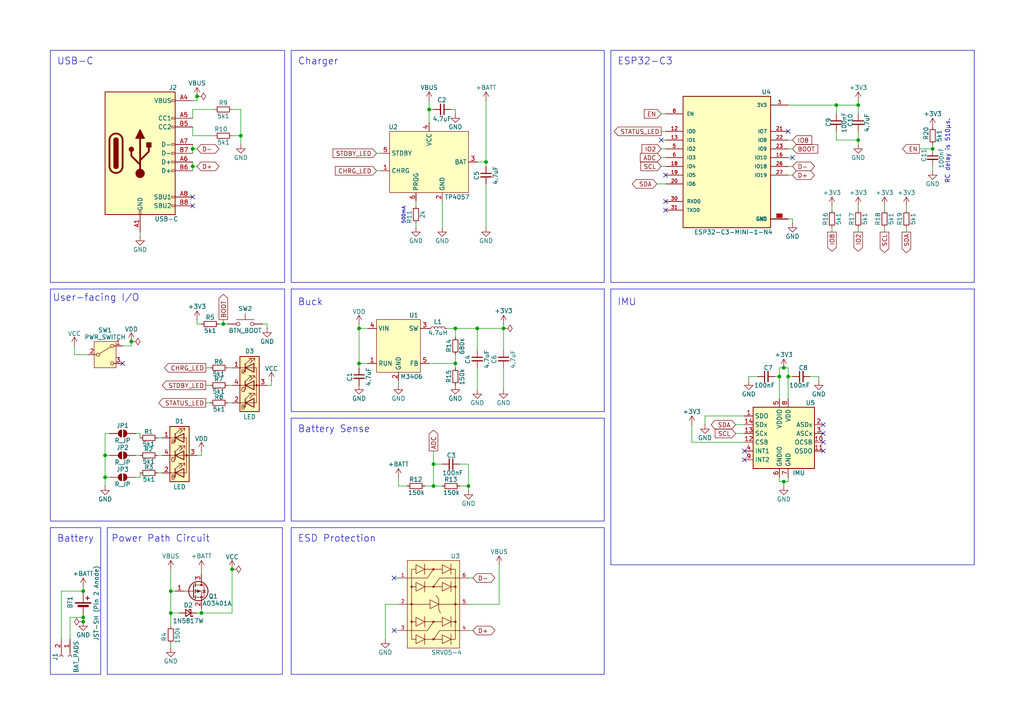
<source format=kicad_sch>
(kicad_sch (version 20231120) (generator "eeschema") (generator_version "8.0")
  (paper "A4")
  (lib_symbols
    (symbol "+3V3_1" (power) (pin_numbers hide) (pin_names (offset 0) hide)
      (property "Value" "+3V3" (at 0 3.556 0))
      (symbol "+3V3_1_1_1"
        (pin power_in line (at 0 0 90) (length 0) (name "~") (number "1"))
      )
    )
    (symbol "+BATT_1" (power) (pin_numbers hide) (pin_names (offset 0) hide)
      (property "Value" "+BATT" (at 0 3.556 0))
      (symbol "+BATT_1_1_1"
        (pin power_in line (at 0 0 90) (length 0) (name "~") (number "1"))
      )
    )
    (symbol "GND_2" (power) (pin_numbers hide) (pin_names (offset 0) hide)
      (property "Value" "GND" (at 0 -3.81 0))
      (symbol "GND_2_1_1"
        (pin power_in line (at 0 0 270) (length 0) (name "~") (number "1"))
      )
    )
    (symbol "Topaz's Symbols:AO3401A" (pin_names hide)
      (property "Reference" "Q" (at 5.08 1.905 0))
      (property "Value" "AO3401A" (at 5.08 0 0))
      (symbol "AO3401A_1_1"
        (pin input line (at -5.08 0 0) (length 2.54) (name "G") (number "1"))
        (pin passive line (at 2.54 -5.08 90) (length 2.54) (name "S") (number "2"))
        (pin passive line (at 2.54 5.08 270) (length 2.54) (name "D") (number "3"))
      )
    )
    (symbol "Topaz's Symbols:BMI270"
      (property "Reference" "U" (at -10.16 8.89 0))
      (property "Value" "BMI270" (at 7.62 8.89 0))
      (symbol "BMI270_1_1"
        (pin input line (at -12.7 5.08 0) (length 2.54) (name "SDO") (number "1"))
        (pin bidirectional line (at 10.16 -2.54 180) (length 2.54) (name "OCSB") (number "10"))
        (pin bidirectional line (at 10.16 -5.08 180) (length 2.54) (name "OSDO") (number "11"))
        (pin input line (at -12.7 -2.54 0) (length 2.54) (name "CSB") (number "12"))
        (pin input line (at -12.7 0 0) (length 2.54) (name "SCx") (number "13"))
        (pin bidirectional line (at -12.7 2.54 0) (length 2.54) (name "SDx") (number "14"))
        (pin bidirectional line (at 10.16 2.54 180) (length 2.54) (name "ASDx") (number "2"))
        (pin output line (at 10.16 0 180) (length 2.54) (name "ASCx") (number "3"))
        (pin bidirectional line (at -12.7 -5.08 0) (length 2.54) (name "INT1") (number "4"))
        (pin power_in line (at -2.54 10.16 270) (length 2.54) (name "VDDIO") (number "5"))
        (pin power_in line (at -2.54 -12.7 90) (length 2.54) (name "GNDIO") (number "6"))
        (pin power_in line (at 0 -12.7 90) (length 2.54) (name "GND") (number "7"))
        (pin power_in line (at 0 10.16 270) (length 2.54) (name "VDD") (number "8"))
        (pin bidirectional line (at -12.7 -7.62 0) (length 2.54) (name "INT2") (number "9"))
      )
    )
    (symbol "Topaz's Symbols:Battery_Cell" (pin_numbers hide) (pin_names (offset 0) hide)
      (property "Reference" "BT" (at 2.54 2.54 0))
      (property "Value" "Battery_Cell" (at 2.54 0 0))
      (symbol "Battery_Cell_1_1"
        (pin passive line (at 0 5.08 270) (length 2.54) (name "+") (number "1"))
        (pin passive line (at 0 -2.54 90) (length 2.54) (name "-") (number "2"))
      )
    )
    (symbol "Topaz's Symbols:C_Small" (pin_numbers hide) (pin_names (offset 0.254) hide)
      (property "Reference" "C" (at 0.254 1.778 0))
      (property "Value" "C_Small" (at 0.254 -2.032 0))
      (symbol "C_Small_1_1"
        (pin passive line (at 0 2.54 270) (length 2.032) (name "~") (number "1"))
        (pin passive line (at 0 -2.54 90) (length 2.032) (name "~") (number "2"))
      )
    )
    (symbol "Topaz's Symbols:Conn_01x02_Socket" (pin_names (offset 1.016) hide)
      (property "Reference" "J" (at 0 2.54 0))
      (property "Value" "Conn_01x02_Socket" (at 0 -5.08 0))
      (symbol "Conn_01x02_Socket_1_1"
        (pin passive line (at -5.08 0 0) (length 3.81) (name "Pin_1") (number "1"))
        (pin passive line (at -5.08 -2.54 0) (length 3.81) (name "Pin_2") (number "2"))
      )
    )
    (symbol "Topaz's Symbols:D_Schottky_Small" (pin_numbers hide) (pin_names (offset 0.254) hide)
      (property "Reference" "D" (at -1.27 2.032 0))
      (property "Value" "D_Schottky_Small" (at -7.112 -2.032 0))
      (symbol "D_Schottky_Small_1_1"
        (pin passive line (at -2.54 0 0) (length 1.778) (name "K") (number "1"))
        (pin passive line (at 2.54 0 180) (length 1.778) (name "A") (number "2"))
      )
    )
    (symbol "Topaz's Symbols:ESP32-C3-MINI-1-N4" (pin_names (offset 1.016))
      (property "Reference" "U" (at -12.7 18.796 0))
      (property "Value" "ESP32-C3-MINI-1-N4" (at -12.7 -22.86 0))
      (symbol "ESP32-C3-MINI-1-N4_0_0"
        (pin power_in line (at 17.78 -17.78 180) (length 5.08) (name "GND") (number "1"))
        (pin power_in line (at 17.78 -17.78 180) (length 5.08) (name "GND") (number "11"))
        (pin bidirectional line (at -17.78 7.62 0) (length 5.08) (name "IO0") (number "12"))
        (pin bidirectional line (at -17.78 5.08 0) (length 5.08) (name "IO1") (number "13"))
        (pin power_in line (at 17.78 -17.78 180) (length 5.08) (name "GND") (number "14"))
        (pin bidirectional line (at 17.78 0 180) (length 5.08) (name "IO10") (number "16"))
        (pin bidirectional line (at -17.78 -2.54 0) (length 5.08) (name "IO4") (number "18"))
        (pin bidirectional line (at -17.78 -5.08 0) (length 5.08) (name "IO5") (number "19"))
        (pin power_in line (at 17.78 -17.78 180) (length 5.08) (name "GND") (number "2"))
        (pin bidirectional line (at -17.78 -7.62 0) (length 5.08) (name "IO6") (number "20"))
        (pin bidirectional line (at 17.78 7.62 180) (length 5.08) (name "IO7") (number "21"))
        (pin bidirectional line (at 17.78 5.08 180) (length 5.08) (name "IO8") (number "22"))
        (pin bidirectional line (at 17.78 2.54 180) (length 5.08) (name "IO9") (number "23"))
        (pin bidirectional line (at 17.78 -2.54 180) (length 5.08) (name "IO18") (number "26"))
        (pin bidirectional line (at 17.78 -5.08 180) (length 5.08) (name "IO19") (number "27"))
        (pin power_in line (at 17.78 15.24 180) (length 5.08) (name "3V3") (number "3"))
        (pin bidirectional line (at -17.78 -12.7 0) (length 5.08) (name "RXD0") (number "30"))
        (pin bidirectional line (at -17.78 -15.24 0) (length 5.08) (name "TXD0") (number "31"))
        (pin power_in line (at 17.78 -17.78 180) (length 5.08) (name "GND") (number "36"))
        (pin power_in line (at 17.78 -17.78 180) (length 5.08) (name "GND") (number "37"))
        (pin power_in line (at 17.78 -17.78 180) (length 5.08) (name "GND") (number "38"))
        (pin power_in line (at 17.78 -17.78 180) (length 5.08) (name "GND") (number "39"))
        (pin power_in line (at 17.78 -17.78 180) (length 5.08) (name "GND") (number "40"))
        (pin power_in line (at 17.78 -17.78 180) (length 5.08) (name "GND") (number "41"))
        (pin power_in line (at 17.78 -17.78 180) (length 5.08) (name "GND") (number "42"))
        (pin power_in line (at 17.78 -17.78 180) (length 5.08) (name "GND") (number "43"))
        (pin power_in line (at 17.78 -17.78 180) (length 5.08) (name "GND") (number "44"))
        (pin power_in line (at 17.78 -17.78 180) (length 5.08) (name "GND") (number "45"))
        (pin power_in line (at 17.78 -17.78 180) (length 5.08) (name "GND") (number "46"))
        (pin power_in line (at 17.78 -17.78 180) (length 5.08) (name "GND") (number "47"))
        (pin power_in line (at 17.78 -17.78 180) (length 5.08) (name "GND") (number "48"))
        (pin bidirectional line (at -17.78 2.54 0) (length 5.08) (name "IO2") (number "5"))
        (pin power_in line (at 17.78 -17.78 180) (length 5.08) (name "GND") (number "50"))
        (pin power_in line (at 17.78 -17.78 180) (length 5.08) (name "GND") (number "51"))
        (pin power_in line (at 17.78 -17.78 180) (length 5.08) (name "GND") (number "52"))
        (pin power_in line (at 17.78 -17.78 180) (length 5.08) (name "GND") (number "53"))
        (pin bidirectional line (at -17.78 0 0) (length 5.08) (name "IO3") (number "6"))
        (pin input line (at -17.78 12.7 0) (length 5.08) (name "EN") (number "8"))
      )
      (symbol "ESP32-C3-MINI-1-N4_1_0"
        (pin power_in line (at 17.78 -17.78 180) (length 5.08) (name "GND") (number "49"))
      )
    )
    (symbol "Topaz's Symbols:LED_RBAG" (pin_names (offset 0) hide)
      (property "Reference" "D" (at 0 9.398 0))
      (property "Value" "LED_RBAG" (at 0 -8.89 0))
      (symbol "LED_RBAG_0_0"
        (text "B" (at -1.905 -6.35 0) (effects (font (size 1.27 1.27))))
        (text "G" (at -1.905 -1.27 0) (effects (font (size 1.27 1.27))))
        (text "R" (at -1.905 3.81 0) (effects (font (size 1.27 1.27))))
      )
      (symbol "LED_RBAG_1_1"
        (pin passive line (at -5.08 5.08 0) (length 2.54) (name "RK") (number "1"))
        (pin passive line (at -5.08 -5.08 0) (length 2.54) (name "BK") (number "2"))
        (pin passive line (at 5.08 0 180) (length 2.54) (name "A") (number "3"))
        (pin passive line (at -5.08 0 0) (length 2.54) (name "GK") (number "4"))
      )
    )
    (symbol "Topaz's Symbols:L_Small" (pin_numbers hide) (pin_names (offset 0.254) hide)
      (property "Reference" "L" (at 0.762 1.016 0))
      (property "Value" "L_Small" (at 0.762 -1.016 0))
      (symbol "L_Small_1_1"
        (pin passive line (at 0 2.54 270) (length 0.508) (name "~") (number "1"))
        (pin passive line (at 0 -2.54 90) (length 0.508) (name "~") (number "2"))
      )
    )
    (symbol "Topaz's Symbols:M3406"
      (property "Reference" "U" (at -4.445 8.89 0))
      (property "Value" "M3406" (at 3.175 8.89 0))
      (symbol "M3406_1_1"
        (pin input line (at -8.89 -5.08 0) (length 2.54) (name "RUN") (number "1"))
        (pin power_in line (at 0 -10.16 90) (length 2.54) (name "GND") (number "2"))
        (pin output line (at 8.89 5.08 180) (length 2.54) (name "SW") (number "3"))
        (pin power_in line (at -8.89 5.08 0) (length 2.54) (name "VIN") (number "4"))
        (pin input line (at 8.89 -5.08 180) (length 2.54) (name "FB") (number "5"))
      )
    )
    (symbol "Topaz's Symbols:PWR_FLAG" (power) (pin_numbers hide) (pin_names (offset 0) hide)
      (property "Value" "PWR_FLAG" (at 0 3.81 0))
      (symbol "PWR_FLAG_0_0"
        (pin power_out line (at 0 0 90) (length 0) (name "~") (number "1"))
      )
    )
    (symbol "Topaz's Symbols:R_Small" (pin_numbers hide) (pin_names (offset 0.254) hide)
      (property "Reference" "R" (at 0.762 0.508 0))
      (property "Value" "R_Small" (at 0.762 -1.016 0))
      (symbol "R_Small_1_1"
        (pin passive line (at 0 2.54 270) (length 0.762) (name "~") (number "1"))
        (pin passive line (at 0 -2.54 90) (length 0.762) (name "~") (number "2"))
      )
    )
    (symbol "Topaz's Symbols:SRV05-4_C558418" (pin_names hide)
      (property "Reference" "U" (at 0 1.27 0))
      (property "Value" "SRV05-4_C558418" (at 0 -2.54 0))
      (symbol "SRV05-4_C558418_1_1"
        (pin input line (at -7.62 -10.16 90) (length 2.54) (name "1") (number "1"))
        (pin power_in line (at 0 -10.16 90) (length 2.54) (name "2") (number "2"))
        (pin input line (at 7.62 -10.16 90) (length 2.54) (name "3") (number "3"))
        (pin input line (at 7.62 10.16 270) (length 2.54) (name "4") (number "4"))
        (pin power_in line (at 0 10.16 270) (length 2.54) (name "5") (number "5"))
        (pin input line (at -7.62 10.16 270) (length 2.54) (name "6") (number "6"))
      )
    )
    (symbol "Topaz's Symbols:SW_Push" (pin_numbers hide) (pin_names (offset 1.016) hide)
      (property "Reference" "SW" (at 1.27 2.54 0))
      (property "Value" "SW_Push" (at 0 -1.524 0))
      (symbol "SW_Push_0_1"
        (pin passive line (at -5.08 0 0) (length 2.54) (name "1") (number "1"))
        (pin passive line (at 5.08 0 180) (length 2.54) (name "2") (number "2"))
      )
    )
    (symbol "Topaz's Symbols:SW_SPDT" (pin_names (offset 0) hide)
      (property "Reference" "SW" (at 0 5.08 0))
      (property "Value" "SW_SPDT" (at 0 -5.08 0))
      (symbol "SW_SPDT_1_1"
        (pin passive line (at 5.08 2.54 180) (length 2.54) (name "A") (number "1"))
        (pin passive line (at -5.08 0 0) (length 2.54) (name "B") (number "2"))
        (pin passive line (at 5.08 -2.54 180) (length 2.54) (name "C") (number "3"))
      )
    )
    (symbol "Topaz's Symbols:SolderJumper_2_Open" (pin_numbers hide) (pin_names (offset 0) hide) (exclude_from_sim yes) (in_bom no)
      (property "Reference" "JP" (at 0 2.032 0))
      (property "Value" "SolderJumper_2_Open" (at 0 -2.54 0))
      (symbol "SolderJumper_2_Open_1_1"
        (pin passive line (at -3.81 0 0) (length 2.54) (name "A") (number "1"))
        (pin passive line (at 3.81 0 180) (length 2.54) (name "B") (number "2"))
      )
    )
    (symbol "Topaz's Symbols:TP4057"
      (property "Reference" "U" (at 10.668 10.16 0))
      (property "Value" "TP4057" (at -8.128 9.906 0))
      (symbol "TP4057_1_1"
        (pin input line (at -13.97 -2.54 0) (length 2.54) (name "CHRG") (number "1"))
        (pin power_in line (at 3.81 -11.43 90) (length 2.54) (name "GND") (number "2"))
        (pin power_out line (at 13.97 0 180) (length 2.54) (name "BAT") (number "3"))
        (pin power_in line (at 0 11.43 270) (length 2.54) (name "VCC") (number "4"))
        (pin input line (at -13.97 2.54 0) (length 2.54) (name "STDBY") (number "5"))
        (pin input line (at -3.81 -11.43 90) (length 2.54) (name "PROG") (number "6"))
      )
    )
    (symbol "Topaz's Symbols:USB_C_Receptacle_USB2.0" (pin_names (offset 1.016))
      (property "Reference" "J1" (at 0 22.86 0))
      (property "Value" "USB_C_Receptacle_USB2.0" (at 0 20.32 0))
      (symbol "USB_C_Receptacle_USB2.0_1_1"
        (pin passive line (at 0 -22.86 90) (length 5.08) (name "GND") (number "A1"))
        (pin passive line (at 15.24 15.24 180) (length 5.08) (name "VBUS") (number "A4"))
        (pin bidirectional line (at 15.24 10.16 180) (length 5.08) (name "CC1") (number "A5"))
        (pin bidirectional line (at 15.24 -2.54 180) (length 5.08) (name "D+") (number "A6"))
        (pin bidirectional line (at 15.24 2.54 180) (length 5.08) (name "D-") (number "A7"))
        (pin bidirectional line (at 15.24 -12.7 180) (length 5.08) (name "SBU1") (number "A8"))
        (pin bidirectional line (at 15.24 7.62 180) (length 5.08) (name "CC2") (number "B5"))
        (pin bidirectional line (at 15.24 -5.08 180) (length 5.08) (name "D+") (number "B6"))
        (pin bidirectional line (at 15.24 0 180) (length 5.08) (name "D-") (number "B7"))
        (pin bidirectional line (at 15.24 -15.24 180) (length 5.08) (name "SBU2") (number "B8"))
      )
    )
    (symbol "Topaz's Symbols:VCC" (power) (pin_numbers hide) (pin_names (offset 0) hide)
      (property "Value" "VCC" (at 0 3.556 0))
      (symbol "VCC_1_1"
        (pin power_in line (at 0 0 90) (length 0) (name "~") (number "1"))
      )
    )
    (symbol "Topaz's Symbols:VDD" (power) (pin_numbers hide) (pin_names (offset 0) hide)
      (property "Value" "VDD" (at 0 3.556 0))
      (symbol "VDD_1_1"
        (pin power_in line (at 0 0 90) (length 0) (name "~") (number "1"))
      )
    )
    (symbol "VBUS_1" (power) (pin_numbers hide) (pin_names (offset 0) hide)
      (property "Value" "VBUS" (at 0 3.556 0))
      (symbol "VBUS_1_1_1"
        (pin power_in line (at 0 0 90) (length 0) (name "~") (number "1"))
      )
    )
    (symbol "VBUS_2" (power) (pin_numbers hide) (pin_names (offset 0) hide)
      (property "Value" "VBUS" (at 0 3.556 0))
      (symbol "VBUS_2_1_1"
        (pin power_in line (at 0 0 90) (length 0) (name "~") (number "1"))
      )
    )
  )
  (junction (at 49.53 177.8))
  (junction (at 49.53 171.45))
  (junction (at 58.42 177.8))
  (junction (at 228.6 109.22))
  (junction (at 135.89 140.97))
  (junction (at 30.48 138.43))
  (junction (at 38.1 99.06))
  (junction (at 24.13 180.34))
  (junction (at 242.57 30.48))
  (junction (at 138.43 95.25))
  (junction (at 132.08 105.41))
  (junction (at 227.33 106.68))
  (junction (at 55.88 48.26))
  (junction (at 67.31 165.1))
  (junction (at 248.92 40.64))
  (junction (at 270.51 43.18))
  (junction (at 226.06 109.22))
  (junction (at 124.46 31.75))
  (junction (at 69.85 39.37))
  (junction (at 248.92 30.48))
  (junction (at 30.48 132.08))
  (junction (at 146.05 95.25))
  (junction (at 104.14 105.41))
  (junction (at 132.08 95.25))
  (junction (at 64.77 93.98))
  (junction (at 55.88 43.18))
  (junction (at 125.73 134.62))
  (junction (at 57.15 27.94))
  (junction (at 104.14 95.25))
  (junction (at 125.73 140.97))
  (junction (at 24.13 171.45))
  (junction (at 227.33 139.7))
  (junction (at 24.13 179.07))
  (junction (at 140.97 46.99))
  (no_connect (at 55.88 57.15))
  (no_connect (at 193.04 58.42))
  (no_connect (at 191.77 40.64))
  (no_connect (at 215.9 133.35))
  (no_connect (at 193.04 60.96))
  (no_connect (at 215.9 130.81))
  (no_connect (at 229.87 45.72))
  (no_connect (at 55.88 59.69))
  (no_connect (at 193.04 50.8))
  (no_connect (at 238.76 125.73))
  (no_connect (at 238.76 123.19))
  (no_connect (at 228.6 38.1))
  (no_connect (at 238.76 130.81))
  (no_connect (at 114.3 167.64))
  (no_connect (at 238.76 128.27))
  (no_connect (at 35.56 105.41))
  (no_connect (at 114.3 182.88))
  (wire (pts (xy 226.06 139.7) (xy 227.33 139.7)))
  (wire (pts (xy 191.77 43.18) (xy 193.04 43.18)))
  (wire (pts (xy 115.57 110.49) (xy 115.57 111.76)))
  (wire (pts (xy 135.89 142.24) (xy 135.89 140.97)))
  (wire (pts (xy 228.6 63.5) (xy 229.87 63.5)))
  (wire (pts (xy 63.5 93.98) (xy 64.77 93.98)))
  (wire (pts (xy 39.37 132.08) (xy 40.64 132.08)))
  (wire (pts (xy 59.69 111.76) (xy 60.96 111.76)))
  (wire (pts (xy 111.76 185.42) (xy 111.76 175.26)))
  (wire (pts (xy 248.92 33.02) (xy 248.92 30.48)))
  (wire (pts (xy 248.92 40.64) (xy 248.92 41.91)))
  (wire (pts (xy 55.88 39.37) (xy 55.88 36.83)))
  (wire (pts (xy 138.43 95.25) (xy 146.05 95.25)))
  (wire (pts (xy 204.47 120.65) (xy 204.47 123.19)))
  (wire (pts (xy 49.53 177.8) (xy 49.53 181.61)))
  (wire (pts (xy 25.4 102.87) (xy 21.59 102.87)))
  (wire (pts (xy 248.92 67.31) (xy 248.92 66.04)))
  (wire (pts (xy 58.42 177.8) (xy 58.42 176.53)))
  (wire (pts (xy 20.32 185.42) (xy 20.32 179.07)))
  (wire (pts (xy 140.97 46.99) (xy 140.97 48.26)))
  (wire (pts (xy 35.56 100.33) (xy 38.1 100.33)))
  (wire (pts (xy 270.51 41.91) (xy 270.51 43.18)))
  (wire (pts (xy 226.06 106.68) (xy 227.33 106.68)))
  (wire (pts (xy 241.3 67.31) (xy 241.3 66.04)))
  (wire (pts (xy 57.15 92.71) (xy 57.15 93.98)))
  (wire (pts (xy 49.53 177.8) (xy 52.07 177.8)))
  (wire (pts (xy 20.32 179.07) (xy 24.13 179.07)))
  (wire (pts (xy 125.73 140.97) (xy 128.27 140.97)))
  (wire (pts (xy 55.88 43.18) (xy 57.15 43.18)))
  (wire (pts (xy 76.2 93.98) (xy 77.47 93.98)))
  (wire (pts (xy 138.43 106.68) (xy 138.43 113.03)))
  (wire (pts (xy 124.46 31.75) (xy 125.73 31.75)))
  (wire (pts (xy 66.04 116.84) (xy 67.31 116.84)))
  (wire (pts (xy 228.6 40.64) (xy 229.87 40.64)))
  (wire (pts (xy 270.51 48.26) (xy 270.51 49.53)))
  (wire (pts (xy 144.78 163.83) (xy 144.78 175.26)))
  (wire (pts (xy 200.66 123.19) (xy 200.66 128.27)))
  (wire (pts (xy 58.42 165.1) (xy 58.42 166.37)))
  (wire (pts (xy 49.53 171.45) (xy 49.53 177.8)))
  (wire (pts (xy 30.48 125.73) (xy 30.48 132.08)))
  (wire (pts (xy 57.15 177.8) (xy 58.42 177.8)))
  (wire (pts (xy 49.53 186.69) (xy 49.53 187.96)))
  (wire (pts (xy 120.65 64.77) (xy 120.65 66.04)))
  (wire (pts (xy 204.47 120.65) (xy 215.9 120.65)))
  (wire (pts (xy 31.75 125.73) (xy 30.48 125.73)))
  (wire (pts (xy 77.47 93.98) (xy 77.47 95.25)))
  (wire (pts (xy 62.23 39.37) (xy 55.88 39.37)))
  (wire (pts (xy 217.17 109.22) (xy 217.17 110.49)))
  (wire (pts (xy 77.47 111.76) (xy 78.74 111.76)))
  (wire (pts (xy 24.13 170.18) (xy 24.13 171.45)))
  (wire (pts (xy 114.3 182.88) (xy 115.57 182.88)))
  (wire (pts (xy 38.1 100.33) (xy 38.1 99.06)))
  (wire (pts (xy 128.27 58.42) (xy 128.27 66.04)))
  (wire (pts (xy 133.35 140.97) (xy 135.89 140.97)))
  (wire (pts (xy 67.31 31.75) (xy 69.85 31.75)))
  (wire (pts (xy 228.6 139.7) (xy 228.6 138.43)))
  (wire (pts (xy 66.04 111.76) (xy 67.31 111.76)))
  (wire (pts (xy 125.73 140.97) (xy 123.19 140.97)))
  (wire (pts (xy 224.79 109.22) (xy 226.06 109.22)))
  (wire (pts (xy 213.36 125.73) (xy 215.9 125.73)))
  (wire (pts (xy 228.6 30.48) (xy 242.57 30.48)))
  (wire (pts (xy 234.95 109.22) (xy 237.49 109.22)))
  (wire (pts (xy 30.48 132.08) (xy 31.75 132.08)))
  (wire (pts (xy 69.85 31.75) (xy 69.85 39.37)))
  (wire (pts (xy 55.88 43.18) (xy 55.88 41.91)))
  (wire (pts (xy 59.69 116.84) (xy 60.96 116.84)))
  (wire (pts (xy 237.49 109.22) (xy 237.49 110.49)))
  (wire (pts (xy 144.78 175.26) (xy 135.89 175.26)))
  (wire (pts (xy 55.88 48.26) (xy 57.15 48.26)))
  (wire (pts (xy 39.37 138.43) (xy 40.64 138.43)))
  (wire (pts (xy 64.77 92.71) (xy 64.77 93.98)))
  (wire (pts (xy 50.8 171.45) (xy 49.53 171.45)))
  (wire (pts (xy 226.06 139.7) (xy 226.06 138.43)))
  (wire (pts (xy 55.88 44.45) (xy 55.88 43.18)))
  (wire (pts (xy 104.14 95.25) (xy 104.14 105.41)))
  (wire (pts (xy 138.43 95.25) (xy 138.43 101.6)))
  (wire (pts (xy 40.64 138.43) (xy 40.64 137.16)))
  (wire (pts (xy 228.6 43.18) (xy 229.87 43.18)))
  (wire (pts (xy 125.73 134.62) (xy 125.73 140.97)))
  (wire (pts (xy 125.73 130.81) (xy 125.73 134.62)))
  (wire (pts (xy 59.69 106.68) (xy 60.96 106.68)))
  (wire (pts (xy 55.88 31.75) (xy 55.88 34.29)))
  (wire (pts (xy 40.64 68.58) (xy 40.64 67.31)))
  (wire (pts (xy 132.08 97.79) (xy 132.08 95.25)))
  (wire (pts (xy 104.14 93.98) (xy 104.14 95.25)))
  (wire (pts (xy 57.15 93.98) (xy 58.42 93.98)))
  (wire (pts (xy 191.77 40.64) (xy 193.04 40.64)))
  (wire (pts (xy 228.6 45.72) (xy 229.87 45.72)))
  (wire (pts (xy 69.85 41.91) (xy 69.85 39.37)))
  (wire (pts (xy 132.08 105.41) (xy 132.08 106.68)))
  (wire (pts (xy 125.73 134.62) (xy 128.27 134.62)))
  (wire (pts (xy 104.14 95.25) (xy 106.68 95.25)))
  (wire (pts (xy 120.65 58.42) (xy 120.65 59.69)))
  (wire (pts (xy 130.81 31.75) (xy 132.08 31.75)))
  (wire (pts (xy 137.16 182.88) (xy 135.89 182.88)))
  (wire (pts (xy 227.33 106.68) (xy 228.6 106.68)))
  (wire (pts (xy 66.04 93.98) (xy 64.77 93.98)))
  (wire (pts (xy 262.89 67.31) (xy 262.89 66.04)))
  (wire (pts (xy 219.71 109.22) (xy 217.17 109.22)))
  (wire (pts (xy 140.97 53.34) (xy 140.97 66.04)))
  (wire (pts (xy 140.97 29.21) (xy 140.97 46.99)))
  (wire (pts (xy 242.57 30.48) (xy 248.92 30.48)))
  (wire (pts (xy 58.42 177.8) (xy 67.31 177.8)))
  (wire (pts (xy 40.64 125.73) (xy 40.64 127)))
  (wire (pts (xy 242.57 40.64) (xy 242.57 38.1)))
  (wire (pts (xy 111.76 175.26) (xy 115.57 175.26)))
  (wire (pts (xy 17.78 185.42) (xy 17.78 171.45)))
  (wire (pts (xy 124.46 105.41) (xy 132.08 105.41)))
  (wire (pts (xy 228.6 109.22) (xy 229.87 109.22)))
  (wire (pts (xy 45.72 132.08) (xy 46.99 132.08)))
  (wire (pts (xy 24.13 180.34) (xy 24.13 179.07)))
  (wire (pts (xy 132.08 95.25) (xy 138.43 95.25)))
  (wire (pts (xy 129.54 95.25) (xy 132.08 95.25)))
  (wire (pts (xy 248.92 29.21) (xy 248.92 30.48)))
  (wire (pts (xy 226.06 109.22) (xy 226.06 115.57)))
  (wire (pts (xy 242.57 40.64) (xy 248.92 40.64)))
  (wire (pts (xy 200.66 128.27) (xy 215.9 128.27)))
  (wire (pts (xy 69.85 39.37) (xy 67.31 39.37)))
  (wire (pts (xy 49.53 171.45) (xy 49.53 165.1)))
  (wire (pts (xy 256.54 67.31) (xy 256.54 66.04)))
  (wire (pts (xy 133.35 134.62) (xy 135.89 134.62)))
  (wire (pts (xy 114.3 167.64) (xy 115.57 167.64)))
  (wire (pts (xy 30.48 132.08) (xy 30.48 138.43)))
  (wire (pts (xy 109.22 44.45) (xy 110.49 44.45)))
  (wire (pts (xy 227.33 139.7) (xy 228.6 139.7)))
  (wire (pts (xy 266.7 43.18) (xy 270.51 43.18)))
  (wire (pts (xy 137.16 167.64) (xy 135.89 167.64)))
  (wire (pts (xy 30.48 138.43) (xy 31.75 138.43)))
  (wire (pts (xy 124.46 31.75) (xy 124.46 35.56)))
  (wire (pts (xy 248.92 60.96) (xy 248.92 59.69)))
  (wire (pts (xy 190.5 53.34) (xy 193.04 53.34)))
  (wire (pts (xy 191.77 33.02) (xy 193.04 33.02)))
  (wire (pts (xy 228.6 109.22) (xy 228.6 115.57)))
  (wire (pts (xy 138.43 46.99) (xy 140.97 46.99)))
  (wire (pts (xy 146.05 95.25) (xy 146.05 101.6)))
  (wire (pts (xy 39.37 125.73) (xy 40.64 125.73)))
  (wire (pts (xy 229.87 63.5) (xy 229.87 64.77)))
  (wire (pts (xy 124.46 29.21) (xy 124.46 31.75)))
  (wire (pts (xy 55.88 31.75) (xy 62.23 31.75)))
  (wire (pts (xy 228.6 50.8) (xy 229.87 50.8)))
  (wire (pts (xy 57.15 27.94) (xy 57.15 29.21)))
  (wire (pts (xy 146.05 93.98) (xy 146.05 95.25)))
  (wire (pts (xy 227.33 139.7) (xy 227.33 140.97)))
  (wire (pts (xy 262.89 60.96) (xy 262.89 59.69)))
  (wire (pts (xy 242.57 33.02) (xy 242.57 30.48)))
  (wire (pts (xy 55.88 46.99) (xy 55.88 48.26)))
  (wire (pts (xy 104.14 106.68) (xy 104.14 105.41)))
  (wire (pts (xy 17.78 171.45) (xy 24.13 171.45)))
  (wire (pts (xy 57.15 29.21) (xy 55.88 29.21)))
  (wire (pts (xy 57.15 132.08) (xy 58.42 132.08)))
  (wire (pts (xy 21.59 102.87) (xy 21.59 100.33)))
  (wire (pts (xy 191.77 38.1) (xy 193.04 38.1)))
  (wire (pts (xy 115.57 140.97) (xy 118.11 140.97)))
  (wire (pts (xy 228.6 48.26) (xy 229.87 48.26)))
  (wire (pts (xy 45.72 137.16) (xy 46.99 137.16)))
  (wire (pts (xy 109.22 49.53) (xy 110.49 49.53)))
  (wire (pts (xy 55.88 48.26) (xy 55.88 49.53)))
  (wire (pts (xy 58.42 130.81) (xy 58.42 132.08)))
  (wire (pts (xy 241.3 60.96) (xy 241.3 59.69)))
  (wire (pts (xy 191.77 48.26) (xy 193.04 48.26)))
  (wire (pts (xy 67.31 165.1) (xy 67.31 177.8)))
  (wire (pts (xy 146.05 106.68) (xy 146.05 113.03)))
  (wire (pts (xy 45.72 127) (xy 46.99 127)))
  (wire (pts (xy 78.74 110.49) (xy 78.74 111.76)))
  (wire (pts (xy 256.54 60.96) (xy 256.54 59.69)))
  (wire (pts (xy 248.92 38.1) (xy 248.92 40.64)))
  (wire (pts (xy 228.6 106.68) (xy 228.6 109.22)))
  (wire (pts (xy 132.08 31.75) (xy 132.08 33.02)))
  (wire (pts (xy 104.14 105.41) (xy 106.68 105.41)))
  (wire (pts (xy 30.48 138.43) (xy 30.48 140.97)))
  (wire (pts (xy 115.57 138.43) (xy 115.57 140.97)))
  (wire (pts (xy 132.08 105.41) (xy 132.08 102.87)))
  (wire (pts (xy 213.36 123.19) (xy 215.9 123.19)))
  (wire (pts (xy 66.04 106.68) (xy 67.31 106.68)))
  (wire (pts (xy 226.06 109.22) (xy 226.06 106.68)))
  (wire (pts (xy 191.77 45.72) (xy 193.04 45.72)))
  (wire (pts (xy 135.89 134.62) (xy 135.89 140.97)))
  (rectangle (start 14.605 153.035) (end 29.21 195.58))
  (rectangle (start 31.115 153.035) (end 81.915 195.58))
  (rectangle (start 84.455 153.035) (end 175.26 195.58))
  (rectangle (start 14.605 14.605) (end 82.55 81.915))
  (rectangle (start 177.165 14.605) (end 282.575 81.915))
  (rectangle (start 84.455 83.82) (end 175.26 119.38))
  (rectangle (start 84.455 121.285) (end 175.26 151.13))
  (rectangle (start 14.605 83.82) (end 82.55 151.13))
  (rectangle (start 84.455 14.605) (end 175.26 81.915))
  (rectangle (start 177.165 83.82) (end 282.575 163.83))
  (text "USB-C" (at 16.51 19.05 0) (effects (font (size 2 2)) (justify left bottom)))
  (text "RC delay is 510µs." (at 275.59 53.34 90) (effects (font (size 1.27 1.27)) (justify left bottom)))
  (text "Buck" (at 86.36 88.9 0) (effects (font (size 2 2)) (justify left bottom)))
  (text "User-facing I/O" (at 15.24 87.63 0) (effects (font (size 2 2)) (justify left bottom)))
  (text "ESP32-C3" (at 179.07 19.05 0) (effects (font (size 2 2)) (justify left bottom)))
  (text "500mA" (at 117.094 62.484 90) (effects (font (size 1 1))))
  (text "ESD Protection" (at 86.36 157.48 0) (effects (font (size 2 2)) (justify left bottom)))
  (text "Charger" (at 86.36 19.05 0) (effects (font (size 2 2)) (justify left bottom)))
  (text "Power Path Circuit" (at 32.258 157.48 0) (effects (font (size 2 2)) (justify left bottom)))
  (text "Battery Sense" (at 86.36 125.73 0) (effects (font (size 2 2)) (justify left bottom)))
  (text "Battery" (at 16.51 157.48 0) (effects (font (size 2 2)) (justify left bottom)))
  (text "IMU" (at 179.07 88.9 0) (effects (font (size 2 2)) (justify left bottom)))
  (global_label "BOOT" (shape output) (at 64.77 92.71 90) (property "Intersheetrefs" "${INTERSHEET_REFS}" (effects (hide yes))))
  (global_label "STDBY_LED" (shape input) (at 109.22 44.45 180) (property "Intersheetrefs" "${INTERSHEET_REFS}" (effects (hide yes))))
  (global_label "SCL" (shape output) (at 256.54 67.31 270) (property "Intersheetrefs" "${INTERSHEET_REFS}" (effects (hide yes))))
  (global_label "SDA" (shape bidirectional) (at 213.36 123.19 180) (property "Intersheetrefs" "${INTERSHEET_REFS}" (effects (hide yes))))
  (global_label "STATUS_LED" (shape output) (at 191.77 38.1 180) (property "Intersheetrefs" "${INTERSHEET_REFS}" (effects (hide yes))))
  (global_label "D-" (shape bidirectional) (at 57.15 43.18 0) (property "Intersheetrefs" "${INTERSHEET_REFS}" (effects (hide yes))))
  (global_label "ADC" (shape input) (at 191.77 45.72 180) (property "Intersheetrefs" "${INTERSHEET_REFS}" (effects (hide yes))))
  (global_label "IO2" (shape input) (at 191.77 43.18 180) (property "Intersheetrefs" "${INTERSHEET_REFS}" (effects (hide yes))))
  (global_label "D+" (shape bidirectional) (at 57.15 48.26 0) (property "Intersheetrefs" "${INTERSHEET_REFS}" (effects (hide yes))))
  (global_label "SCL" (shape input) (at 213.36 125.73 180) (property "Intersheetrefs" "${INTERSHEET_REFS}" (effects (hide yes))))
  (global_label "D+" (shape bidirectional) (at 137.16 182.88 0) (property "Intersheetrefs" "${INTERSHEET_REFS}" (effects (hide yes))))
  (global_label "CHRG_LED" (shape input) (at 109.22 49.53 180) (property "Intersheetrefs" "${INTERSHEET_REFS}" (effects (hide yes))))
  (global_label "IO8" (shape input) (at 229.87 40.64 0) (property "Intersheetrefs" "${INTERSHEET_REFS}" (effects (hide yes))))
  (global_label "IO8" (shape output) (at 241.3 67.31 270) (property "Intersheetrefs" "${INTERSHEET_REFS}" (effects (hide yes))))
  (global_label "EN" (shape input) (at 191.77 33.02 180) (property "Intersheetrefs" "${INTERSHEET_REFS}" (effects (hide yes))))
  (global_label "SDA" (shape bidirectional) (at 190.5 53.34 180) (property "Intersheetrefs" "${INTERSHEET_REFS}" (effects (hide yes))))
  (global_label "D+" (shape bidirectional) (at 229.87 50.8 0) (property "Intersheetrefs" "${INTERSHEET_REFS}" (effects (hide yes))))
  (global_label "STATUS_LED" (shape output) (at 59.69 116.84 180) (property "Intersheetrefs" "${INTERSHEET_REFS}" (effects (hide yes))))
  (global_label "SCL" (shape input) (at 191.77 48.26 180) (property "Intersheetrefs" "${INTERSHEET_REFS}" (effects (hide yes))))
  (global_label "IO2" (shape output) (at 248.92 67.31 270) (property "Intersheetrefs" "${INTERSHEET_REFS}" (effects (hide yes))))
  (global_label "STDBY_LED" (shape output) (at 59.69 111.76 180) (property "Intersheetrefs" "${INTERSHEET_REFS}" (effects (hide yes))))
  (global_label "SDA" (shape output) (at 262.89 67.31 270) (property "Intersheetrefs" "${INTERSHEET_REFS}" (effects (hide yes))))
  (global_label "D-" (shape bidirectional) (at 229.87 48.26 0) (property "Intersheetrefs" "${INTERSHEET_REFS}" (effects (hide yes))))
  (global_label "ADC" (shape output) (at 125.73 130.81 90) (property "Intersheetrefs" "${INTERSHEET_REFS}" (effects (hide yes))))
  (global_label "BOOT" (shape input) (at 229.87 43.18 0) (property "Intersheetrefs" "${INTERSHEET_REFS}" (effects (hide yes))))
  (global_label "CHRG_LED" (shape output) (at 59.69 106.68 180) (property "Intersheetrefs" "${INTERSHEET_REFS}" (effects (hide yes))))
  (global_label "EN" (shape output) (at 266.7 43.18 180) (property "Intersheetrefs" "${INTERSHEET_REFS}" (effects (hide yes))))
  (global_label "D-" (shape bidirectional) (at 137.16 167.64 0) (property "Intersheetrefs" "${INTERSHEET_REFS}" (effects (hide yes))))
  (symbol (lib_id "Topaz's Symbols:C_Small") (at 130.81 134.62 270) (mirror x) (unit 1)
    (property "Reference" "C3" (at 129.54 132.08 90) (effects (justify left)))
    (property "Value" "100nF" (at 128.27 137.16 90) (effects (justify left)))
    (property "Footprint" "Topaz's Footprints:C_0603_1608Metric" (effects (hide yes)))
    (property "MPN" "C14663" (effects (hide yes)))
  )
  (symbol (lib_id "Topaz's Symbols:C_Small") (at 248.92 35.56 0) (unit 1)
    (property "Reference" "C10" (at 246.634 36.83 90) (effects (justify left)))
    (property "Value" "4.7uF" (at 251.46 38.354 90) (effects (justify left)))
    (property "Footprint" "Topaz's Footprints:C_0603_1608Metric" (effects (hide yes)))
    (property "MPN" "C19666" (effects (hide yes)))
  )
  (symbol (lib_name "GND_2") (lib_id "Topaz's Symbols:GND_2") (at 270.51 49.53 0) (unit 1)
    (property "Reference" "#PWR048" (effects (hide yes)))
    (property "Value" "GND" (at 270.51 53.34 0))
    (property "Description" "Power symbol creates a global label with name \"GND\" , ground" (effects (hide yes)))
  )
  (symbol (lib_id "Topaz's Symbols:R_Small") (at 256.54 63.5 180) (unit 1)
    (property "Reference" "R18" (at 254.635 63.5 90))
    (property "Value" "5k1" (at 258.445 63.5 90))
    (property "Footprint" "Topaz's Footprints:R_0603_1608Metric" (effects (hide yes)))
    (property "MPN" "C23186" (effects (hide yes)))
  )
  (symbol (lib_id "Topaz's Symbols:D_Schottky_Small") (at 54.61 177.8 180) (unit 1)
    (property "Reference" "D2" (at 54.61 175.514 0))
    (property "Value" "1N5817W" (at 54.61 180.086 0))
    (property "Footprint" "Topaz's Footprints:D_SOD-123" (effects (hide yes)))
    (property "Description" "Schottky diode, small symbol" (effects (hide yes)))
    (property "MPN" "C2828419" (effects (hide yes)))
  )
  (symbol (lib_name "+3V3_1") (lib_id "Topaz's Symbols:+3V3_1") (at 256.54 59.69 0) (unit 1)
    (property "Reference" "#PWR045" (effects (hide yes)))
    (property "Value" "+3V3" (at 256.54 55.88 0))
    (property "Description" "Power symbol creates a global label with name \"+3V3\"" (effects (hide yes)))
  )
  (symbol (lib_name "GND_2") (lib_id "Topaz's Symbols:GND_2") (at 24.13 180.34 0) (unit 1)
    (property "Reference" "#PWR03" (effects (hide yes)))
    (property "Value" "GND" (at 24.13 184.15 0))
    (property "Description" "Power symbol creates a global label with name \"GND\" , ground" (effects (hide yes)))
  )
  (symbol (lib_name "GND_2") (lib_id "Topaz's Symbols:GND_2") (at 135.89 142.24 0) (unit 1)
    (property "Reference" "#PWR027" (effects (hide yes)))
    (property "Value" "GND" (at 135.89 146.05 0))
    (property "Description" "Power symbol creates a global label with name \"GND\" , ground" (effects (hide yes)))
  )
  (symbol (lib_id "Topaz's Symbols:VCC") (at 21.59 100.33 0) (unit 1)
    (property "Reference" "#PWR01" (effects (hide yes)))
    (property "Value" "VCC" (at 21.59 96.774 0))
    (property "Description" "Power symbol creates a global label with name \"VCC\"" (effects (hide yes)))
  )
  (symbol (lib_name "VBUS_2") (lib_id "Topaz's Symbols:VBUS_2") (at 124.46 29.21 0) (unit 1)
    (property "Reference" "#PWR023" (effects (hide yes)))
    (property "Value" "VBUS" (at 124.46 25.4 0))
    (property "Description" "Power symbol creates a global label with name \"VBUS\"" (effects (hide yes)))
  )
  (symbol (lib_id "Topaz's Symbols:TP4057") (at 124.46 46.99 0) (unit 1)
    (property "Reference" "U2" (at 114.046 36.83 0))
    (property "Value" "TP4057" (at 132.588 57.15 0))
    (property "Footprint" "Topaz's Footprints:SOT-23-6" (effects (hide yes)))
    (property "MPN" "C725791" (effects (hide yes)))
  )
  (symbol (lib_id "Topaz's Symbols:PWR_FLAG") (at 146.05 95.25 270) (unit 1)
    (property "Reference" "#FLG05" (effects (hide yes)))
    (property "Value" "PWR_FLAG" (effects (hide yes)))
    (property "Description" "Special symbol for telling ERC where power comes from" (effects (hide yes)))
  )
  (symbol (lib_name "GND_2") (lib_id "Topaz's Symbols:GND_2") (at 111.76 185.42 0) (unit 1)
    (property "Reference" "#PWR019" (effects (hide yes)))
    (property "Value" "GND" (at 111.76 189.23 0))
    (property "Description" "Power symbol creates a global label with name \"GND\" , ground" (effects (hide yes)))
  )
  (symbol (lib_name "GND_2") (lib_id "Topaz's Symbols:GND_2") (at 104.14 111.76 0) (unit 1)
    (property "Reference" "#PWR018" (effects (hide yes)))
    (property "Value" "GND" (at 104.14 115.57 0))
    (property "Description" "Power symbol creates a global label with name \"GND\" , ground" (effects (hide yes)))
  )
  (symbol (lib_name "VBUS_1") (lib_id "Topaz's Symbols:VBUS_1") (at 144.78 163.83 0) (unit 1)
    (property "Reference" "#PWR031" (effects (hide yes)))
    (property "Value" "VBUS" (at 144.78 160.02 0))
    (property "Description" "Power symbol creates a global label with name \"VBUS\"" (effects (hide yes)))
  )
  (symbol (lib_id "Topaz's Symbols:R_Small") (at 43.18 127 90) (unit 1)
    (property "Reference" "R1" (at 44.45 125.222 90) (effects (justify left)))
    (property "Value" "5k1" (at 44.958 128.778 90) (effects (justify left)))
    (property "Footprint" "Topaz's Footprints:R_0603_1608Metric" (effects (hide yes)))
    (property "MPN" "C23186" (effects (hide yes)))
  )
  (symbol (lib_id "Topaz's Symbols:C_Small") (at 104.14 109.22 0) (unit 1)
    (property "Reference" "C1" (at 101.3863 110.6811 90) (effects (justify left)))
    (property "Value" "4.7uF" (at 106.8936 112.0298 90) (effects (justify left)))
    (property "Footprint" "Topaz's Footprints:C_0603_1608Metric" (effects (hide yes)))
    (property "MPN" "C19666" (effects (hide yes)))
  )
  (symbol (lib_name "GND_2") (lib_id "Topaz's Symbols:GND_2") (at 132.08 33.02 0) (unit 1)
    (property "Reference" "#PWR025" (effects (hide yes)))
    (property "Value" "GND" (at 132.08 36.83 0))
    (property "Description" "Power symbol creates a global label with name \"GND\" , ground" (effects (hide yes)))
  )
  (symbol (lib_id "Topaz's Symbols:Battery_Cell") (at 24.13 176.53 0) (unit 1)
    (property "Reference" "BT1" (at 20.32 176.53 90) (effects (justify left)))
    (property "Value" "JST-SH (Pin 2 Anode)" (at 27.94 185.928 90) (effects (justify left)))
    (property "Footprint" "Topaz's Footprints:JST_SH_SM02B-SRSS-TB_1x02-1MP_P1.00mm_Horizontal" (effects (hide yes)))
    (property "MPN" "C160402" (effects (hide yes)))
  )
  (symbol (lib_id "Topaz's Symbols:C_Small") (at 146.05 104.14 0) (unit 1)
    (property "Reference" "C6" (at 143.2963 105.6011 90) (effects (justify left)))
    (property "Value" "4.7uF" (at 148.8036 106.9498 90) (effects (justify left)))
    (property "Footprint" "Topaz's Footprints:C_0603_1608Metric" (effects (hide yes)))
    (property "MPN" "C19666" (effects (hide yes)))
  )
  (symbol (lib_name "GND_2") (lib_id "Topaz's Symbols:GND_2") (at 217.17 110.49 0) (unit 1)
    (property "Reference" "#PWR036" (effects (hide yes)))
    (property "Value" "GND" (at 217.17 114.3 0))
    (property "Description" "Power symbol creates a global label with name \"GND\" , ground" (effects (hide yes)))
  )
  (symbol (lib_id "Topaz's Symbols:LED_RBAG") (at 72.39 111.76 0) (unit 1)
    (property "Reference" "D3" (at 72.39 101.854 0))
    (property "Value" "LED" (at 72.39 120.904 0))
    (property "Footprint" "Topaz's Footprints:LED-ARRAY-SMD_4P-L2.1-W2.1-TL_NH-B2020RGBA" (effects (hide yes)))
    (property "Description" "RGB LED, red/blue/anode/green" (effects (hide yes)))
    (property "MPN" "C2874116" (effects (hide yes)))
  )
  (symbol (lib_name "+BATT_1") (lib_id "Topaz's Symbols:+BATT_1") (at 115.57 138.43 0) (mirror y) (unit 1)
    (property "Reference" "#PWR021" (effects (hide yes)))
    (property "Value" "+BATT" (at 115.57 134.62 0))
    (property "Description" "Power symbol creates a global label with name \"+BATT\"" (effects (hide yes)))
  )
  (symbol (lib_id "Topaz's Symbols:R_Small") (at 262.89 63.5 180) (unit 1)
    (property "Reference" "R19" (at 260.985 63.5 90))
    (property "Value" "5k1" (at 264.795 63.5 90))
    (property "Footprint" "Topaz's Footprints:R_0603_1608Metric" (effects (hide yes)))
    (property "MPN" "C23186" (effects (hide yes)))
  )
  (symbol (lib_id "Topaz's Symbols:C_Small") (at 232.41 109.22 90) (unit 1)
    (property "Reference" "C8" (at 234.315 106.68 90) (effects (justify left)))
    (property "Value" "100nF" (at 234.95 111.76 90) (effects (justify left)))
    (property "Footprint" "Topaz's Footprints:C_0603_1608Metric" (effects (hide yes)))
    (property "MPN" "C14663" (effects (hide yes)))
  )
  (symbol (lib_id "Topaz's Symbols:R_Small") (at 63.5 116.84 90) (unit 1)
    (property "Reference" "R8" (at 64.8576 115.1854 90) (effects (justify left)))
    (property "Value" "5k1" (at 65.3589 118.7153 90) (effects (justify left)))
    (property "Footprint" "Topaz's Footprints:R_0603_1608Metric" (effects (hide yes)))
    (property "MPN" "C23186" (effects (hide yes)))
  )
  (symbol (lib_id "Topaz's Symbols:SW_Push") (at 71.12 93.98 0) (unit 1)
    (property "Reference" "SW2" (at 71.12 89.535 0))
    (property "Value" "BTN_BOOT" (at 71.12 95.885 0))
    (property "Footprint" "Topaz's Footprints:NewCheapoButton" (effects (hide yes)))
    (property "MPN" "C139797" (effects (hide yes)))
  )
  (symbol (lib_id "Topaz's Symbols:R_Small") (at 60.96 93.98 270) (unit 1)
    (property "Reference" "R5" (at 60.96 92.075 90))
    (property "Value" "5k1" (at 60.96 95.885 90))
    (property "Footprint" "Topaz's Footprints:R_0603_1608Metric" (effects (hide yes)))
    (property "MPN" "C23186" (effects (hide yes)))
  )
  (symbol (lib_id "Topaz's Symbols:R_Small") (at 132.08 100.33 0) (unit 1)
    (property "Reference" "R14" (at 130.175 102.235 90) (effects (justify left)))
    (property "Value" "680k" (at 133.985 102.87 90) (effects (justify left)))
    (property "Footprint" "Topaz's Footprints:R_0603_1608Metric" (effects (hide yes)))
    (property "MPN" "C25822" (effects (hide yes)))
  )
  (symbol (lib_id "Topaz's Symbols:VCC") (at 78.74 110.49 0) (unit 1)
    (property "Reference" "#PWR016" (effects (hide yes)))
    (property "Value" "VCC" (at 78.74 106.934 0))
    (property "Description" "Power symbol creates a global label with name \"VCC\"" (effects (hide yes)))
  )
  (symbol (lib_name "+BATT_1") (lib_id "Topaz's Symbols:+BATT_1") (at 24.13 170.18 0) (mirror y) (unit 1)
    (property "Reference" "#PWR02" (effects (hide yes)))
    (property "Value" "+BATT" (at 24.13 166.37 0))
    (property "Description" "Power symbol creates a global label with name \"+BATT\"" (effects (hide yes)))
  )
  (symbol (lib_name "GND_2") (lib_id "Topaz's Symbols:GND_2") (at 138.43 113.03 0) (unit 1)
    (property "Reference" "#PWR028" (effects (hide yes)))
    (property "Value" "GND" (at 138.43 116.84 0))
    (property "Description" "Power symbol creates a global label with name \"GND\" , ground" (effects (hide yes)))
  )
  (symbol (lib_id "Topaz's Symbols:C_Small") (at 128.27 31.75 270) (unit 1)
    (property "Reference" "C2" (at 126.8089 28.9963 90) (effects (justify left)))
    (property "Value" "4.7uF" (at 125.4602 34.5036 90) (effects (justify left)))
    (property "Footprint" "Topaz's Footprints:C_0603_1608Metric" (effects (hide yes)))
    (property "MPN" "C19666" (effects (hide yes)))
  )
  (symbol (lib_name "+BATT_1") (lib_id "Topaz's Symbols:+BATT_1") (at 140.97 29.21 0) (mirror y) (unit 1)
    (property "Reference" "#PWR029" (effects (hide yes)))
    (property "Value" "+BATT" (at 140.97 25.4 0))
    (property "Description" "Power symbol creates a global label with name \"+BATT\"" (effects (hide yes)))
  )
  (symbol (lib_id "Topaz's Symbols:SRV05-4_C558418") (at 125.73 175.26 270) (unit 1)
    (property "Reference" "U3" (at 132.08 161.29 90))
    (property "Value" "SRV05-4" (at 129.54 189.23 90))
    (property "Footprint" "Topaz's Footprints:SOT-23-6" (effects (hide yes)))
    (property "Datasheet" "https://item.szlcsc.com/169042.html" (effects (hide yes)))
    (property "MPN" "C2836319" (effects (hide yes)))
  )
  (symbol (lib_id "Topaz's Symbols:R_Small") (at 63.5 106.68 90) (unit 1)
    (property "Reference" "R6" (at 64.77 104.902 90) (effects (justify left)))
    (property "Value" "5k1" (at 65.278 108.458 90) (effects (justify left)))
    (property "Footprint" "Topaz's Footprints:R_0603_1608Metric" (effects (hide yes)))
    (property "MPN" "C23186" (effects (hide yes)))
  )
  (symbol (lib_id "Topaz's Symbols:SolderJumper_2_Open") (at 35.56 138.43 0) (unit 1) (exclude_from_sim yes) (in_bom no)
    (property "Reference" "JP3" (at 35.56 136.144 0))
    (property "Value" "R_JP" (at 35.56 140.462 0))
    (property "Footprint" "Topaz's Footprints:SolderJumper-2_P1.3mm_Open_TrianglePad1.0x1.5mm" (effects (hide yes)))
    (property "Description" "Solder Jumper, 2-pole, open" (effects (hide yes)))
    (property "MPN" "N/A" (effects (hide yes)))
  )
  (symbol (lib_name "GND_2") (lib_id "Topaz's Symbols:GND_2") (at 237.49 110.49 0) (unit 1)
    (property "Reference" "#PWR040" (effects (hide yes)))
    (property "Value" "GND" (at 237.49 114.3 0))
    (property "Description" "Power symbol creates a global label with name \"GND\" , ground" (effects (hide yes)))
  )
  (symbol (lib_id "Topaz's Symbols:C_Small") (at 242.57 35.56 0) (unit 1)
    (property "Reference" "C9" (at 240.284 36.83 90) (effects (justify left)))
    (property "Value" "100nF" (at 244.856 38.608 90) (effects (justify left)))
    (property "Footprint" "Topaz's Footprints:C_0603_1608Metric" (effects (hide yes)))
    (property "MPN" "C14663" (effects (hide yes)))
  )
  (symbol (lib_name "GND_2") (lib_id "Topaz's Symbols:GND_2") (at 40.64 68.58 0) (unit 1)
    (property "Reference" "#PWR06" (effects (hide yes)))
    (property "Value" "GND" (at 40.64 72.39 0))
    (property "Description" "Power symbol creates a global label with name \"GND\" , ground" (effects (hide yes)))
  )
  (symbol (lib_id "Topaz's Symbols:R_Small") (at 43.18 132.08 90) (unit 1)
    (property "Reference" "R2" (at 44.45 130.302 90) (effects (justify left)))
    (property "Value" "5k1" (at 44.958 133.858 90) (effects (justify left)))
    (property "Footprint" "Topaz's Footprints:R_0603_1608Metric" (effects (hide yes)))
    (property "MPN" "C23186" (effects (hide yes)))
  )
  (symbol (lib_name "+3V3_1") (lib_id "Topaz's Symbols:+3V3_1") (at 262.89 59.69 0) (unit 1)
    (property "Reference" "#PWR046" (effects (hide yes)))
    (property "Value" "+3V3" (at 262.89 55.88 0))
    (property "Description" "Power symbol creates a global label with name \"+3V3\"" (effects (hide yes)))
  )
  (symbol (lib_name "GND_2") (lib_id "Topaz's Symbols:GND_2") (at 120.65 66.04 0) (unit 1)
    (property "Reference" "#PWR022" (effects (hide yes)))
    (property "Value" "GND" (at 120.65 69.85 0))
    (property "Description" "Power symbol creates a global label with name \"GND\" , ground" (effects (hide yes)))
  )
  (symbol (lib_name "+3V3_1") (lib_id "Topaz's Symbols:+3V3_1") (at 248.92 29.21 0) (unit 1)
    (property "Reference" "#PWR042" (effects (hide yes)))
    (property "Value" "+3V3" (at 248.92 25.4 0))
    (property "Description" "Power symbol creates a global label with name \"+3V3\"" (effects (hide yes)))
  )
  (symbol (lib_name "+3V3_1") (lib_id "Topaz's Symbols:+3V3_1") (at 227.33 106.68 0) (unit 1)
    (property "Reference" "#PWR037" (effects (hide yes)))
    (property "Value" "+3V3" (at 227.33 102.87 0))
    (property "Description" "Power symbol creates a global label with name \"+3V3\"" (effects (hide yes)))
  )
  (symbol (lib_name "GND_2") (lib_id "Topaz's Symbols:GND_2") (at 229.87 64.77 0) (unit 1)
    (property "Reference" "#PWR039" (effects (hide yes)))
    (property "Value" "GND" (at 229.87 68.58 0))
    (property "Description" "Power symbol creates a global label with name \"GND\" , ground" (effects (hide yes)))
  )
  (symbol (lib_id "Topaz's Symbols:VCC") (at 67.31 165.1 0) (unit 1)
    (property "Reference" "#PWR013" (effects (hide yes)))
    (property "Value" "VCC" (at 67.31 161.544 0))
    (property "Description" "Power symbol creates a global label with name \"VCC\"" (effects (hide yes)))
  )
  (symbol (lib_name "GND_2") (lib_id "Topaz's Symbols:GND_2") (at 77.47 95.25 0) (unit 1)
    (property "Reference" "#PWR015" (effects (hide yes)))
    (property "Value" "GND" (at 77.47 99.06 0))
    (property "Description" "Power symbol creates a global label with name \"GND\" , ground" (effects (hide yes)))
  )
  (symbol (lib_id "Topaz's Symbols:PWR_FLAG") (at 67.31 165.1 270) (unit 1)
    (property "Reference" "#FLG04" (effects (hide yes)))
    (property "Value" "PWR_FLAG" (effects (hide yes)))
    (property "Description" "Special symbol for telling ERC where power comes from" (effects (hide yes)))
  )
  (symbol (lib_id "Topaz's Symbols:Conn_01x02_Socket") (at 20.32 190.5 270) (unit 1)
    (property "Reference" "J1" (at 16.002 190.5 0))
    (property "Value" "BAT_PADS" (at 22.098 190.5 0))
    (property "Footprint" "Topaz's Footprints:PinHeader_1x02_P2.54mm_Vertical" (effects (hide yes)))
    (property "Description" "Generic connector, single row, 01x02, script generated" (effects (hide yes)))
    (property "MPN" "N/A" (effects (hide yes)))
  )
  (symbol (lib_name "GND_2") (lib_id "Topaz's Symbols:GND_2") (at 204.47 123.19 0) (unit 1)
    (property "Reference" "#PWR035" (effects (hide yes)))
    (property "Value" "GND" (at 204.47 127 0))
    (property "Description" "Power symbol creates a global label with name \"GND\" , ground" (effects (hide yes)))
  )
  (symbol (lib_name "GND_2") (lib_id "Topaz's Symbols:GND_2") (at 227.33 140.97 0) (unit 1)
    (property "Reference" "#PWR038" (effects (hide yes)))
    (property "Value" "GND" (at 227.33 144.78 0))
    (property "Description" "Power symbol creates a global label with name \"GND\" , ground" (effects (hide yes)))
  )
  (symbol (lib_id "Topaz's Symbols:C_Small") (at 222.25 109.22 90) (unit 1)
    (property "Reference" "C7" (at 224.155 106.68 90) (effects (justify left)))
    (property "Value" "100nF" (at 224.79 111.76 90) (effects (justify left)))
    (property "Footprint" "Topaz's Footprints:C_0603_1608Metric" (effects (hide yes)))
    (property "MPN" "C14663" (effects (hide yes)))
  )
  (symbol (lib_name "VBUS_2") (lib_id "Topaz's Symbols:VBUS_2") (at 49.53 165.1 0) (unit 1)
    (property "Reference" "#PWR07" (effects (hide yes)))
    (property "Value" "VBUS" (at 49.53 161.29 0))
    (property "Description" "Power symbol creates a global label with name \"VBUS\"" (effects (hide yes)))
  )
  (symbol (lib_id "Topaz's Symbols:PWR_FLAG") (at 24.13 180.34 90) (unit 1)
    (property "Reference" "#FLG01" (effects (hide yes)))
    (property "Value" "PWR_FLAG" (effects (hide yes)))
    (property "Description" "Special symbol for telling ERC where power comes from" (effects (hide yes)))
  )
  (symbol (lib_id "Topaz's Symbols:USB_C_Receptacle_USB2.0") (at 40.64 44.45 0) (unit 1)
    (property "Reference" "J2" (at 50.165 25.4 0))
    (property "Value" "USB-C" (at 48.26 63.5 0))
    (property "Footprint" "Topaz's Footprints:USB_C_Receptacle_GCT_USB4105-xx-A_16P_TopMnt_Horizontal" (effects (hide yes)))
    (property "Datasheet" "https://www.usb.org/sites/default/files/documents/usb_type-c.zip" (effects (hide yes)))
    (property "Description" "USB 2.0-only Type-C Receptacle connector" (effects (hide yes)))
    (property "MPN" "C2765186" (effects (hide yes)))
  )
  (symbol (lib_id "Topaz's Symbols:L_Small") (at 127 95.25 90) (unit 1)
    (property "Reference" "L1" (at 127 93.345 90))
    (property "Value" "4.7uH" (at 127 96.52 90))
    (property "Footprint" "Topaz's Footprints:L_0806_2012Metric" (effects (hide yes)))
    (property "Datasheet" "https://datasheet.lcsc.com/lcsc/2304140030_cjiang--Changjiang-Microelectronics-Tech-FNR3015S2R2MT_C167747.pdf" (effects (hide yes)))
    (property "MPN" "C98335" (effects (hide yes)))
  )
  (symbol (lib_id "Topaz's Symbols:R_Small") (at 49.53 184.15 0) (unit 1)
    (property "Reference" "R4" (at 47.625 186.055 90) (effects (justify left)))
    (property "Value" "150k" (at 51.435 186.69 90) (effects (justify left)))
    (property "Footprint" "Topaz's Footprints:R_0603_1608Metric" (effects (hide yes)))
    (property "MPN" "C22807" (effects (hide yes)))
  )
  (symbol (lib_id "Topaz's Symbols:R_Small") (at 64.77 31.75 270) (unit 1)
    (property "Reference" "R9" (at 64.77 29.845 90))
    (property "Value" "5k1" (at 64.77 33.655 90))
    (property "Footprint" "Topaz's Footprints:R_0603_1608Metric" (effects (hide yes)))
    (property "MPN" "C23186" (effects (hide yes)))
  )
  (symbol (lib_id "Topaz's Symbols:R_Small") (at 130.81 140.97 90) (mirror x) (unit 1)
    (property "Reference" "R13" (at 132.715 139.065 90) (effects (justify left)))
    (property "Value" "150k" (at 133.35 142.875 90) (effects (justify left)))
    (property "Footprint" "Topaz's Footprints:R_0603_1608Metric" (effects (hide yes)))
    (property "MPN" "C22807" (effects (hide yes)))
  )
  (symbol (lib_id "Topaz's Symbols:R_Small") (at 43.18 137.16 90) (unit 1)
    (property "Reference" "R3" (at 44.5376 135.5054 90) (effects (justify left)))
    (property "Value" "5k1" (at 45.0389 139.0353 90) (effects (justify left)))
    (property "Footprint" "Topaz's Footprints:R_0603_1608Metric" (effects (hide yes)))
    (property "MPN" "C23186" (effects (hide yes)))
  )
  (symbol (lib_id "Topaz's Symbols:C_Small") (at 270.51 45.72 0) (unit 1)
    (property "Reference" "C11" (at 267.97 46.99 90) (effects (justify left)))
    (property "Value" "100nF" (at 273.05 48.895 90) (effects (justify left)))
    (property "Footprint" "Topaz's Footprints:C_0603_1608Metric" (effects (hide yes)))
    (property "MPN" "C14663" (effects (hide yes)))
  )
  (symbol (lib_id "Topaz's Symbols:R_Small") (at 120.65 62.23 0) (unit 1)
    (property "Reference" "R11" (at 118.745 60.96 90) (effects (justify right)))
    (property "Value" "2k" (at 122.555 60.96 90) (effects (justify right)))
    (property "Footprint" "Topaz's Footprints:R_0603_1608Metric" (effects (hide yes)))
    (property "MPN" "C22975" (effects (hide yes)))
  )
  (symbol (lib_name "GND_2") (lib_id "Topaz's Symbols:GND_2") (at 140.97 66.04 0) (unit 1)
    (property "Reference" "#PWR030" (effects (hide yes)))
    (property "Value" "GND" (at 140.97 69.85 0))
    (property "Description" "Power symbol creates a global label with name \"GND\" , ground" (effects (hide yes)))
  )
  (symbol (lib_id "Topaz's Symbols:R_Small") (at 132.08 109.22 0) (unit 1)
    (property "Reference" "R15" (at 130.175 111.125 90) (effects (justify left)))
    (property "Value" "150k" (at 133.985 111.76 90) (effects (justify left)))
    (property "Footprint" "Topaz's Footprints:R_0603_1608Metric" (effects (hide yes)))
    (property "MPN" "C22807" (effects (hide yes)))
  )
  (symbol (lib_name "GND_2") (lib_id "Topaz's Symbols:GND_2") (at 115.57 111.76 0) (unit 1)
    (property "Reference" "#PWR020" (effects (hide yes)))
    (property "Value" "GND" (at 115.57 115.57 0))
    (property "Description" "Power symbol creates a global label with name \"GND\" , ground" (effects (hide yes)))
  )
  (symbol (lib_id "Topaz's Symbols:M3406") (at 115.57 100.33 0) (unit 1)
    (property "Reference" "U1" (at 120.015 91.44 0))
    (property "Value" "M3406" (at 119.38 109.22 0))
    (property "Footprint" "Topaz's Footprints:SOT-23-5" (effects (hide yes)))
    (property "Datasheet" "https://datasheet.lcsc.com/lcsc/1811151539_XI-AN-Aerosemi-Tech-M3406-ADJ_C83224.pdf" (effects (hide yes)))
    (property "MPN" "C83224" (effects (hide yes)))
  )
  (symbol (lib_name "GND_2") (lib_id "Topaz's Symbols:GND_2") (at 128.27 66.04 0) (unit 1)
    (property "Reference" "#PWR024" (effects (hide yes)))
    (property "Value" "GND" (at 128.27 69.85 0))
    (property "Description" "Power symbol creates a global label with name \"GND\" , ground" (effects (hide yes)))
  )
  (symbol (lib_id "Topaz's Symbols:R_Small") (at 241.3 63.5 180) (unit 1)
    (property "Reference" "R16" (at 239.395 63.5 90))
    (property "Value" "5k1" (at 243.205 63.5 90))
    (property "Footprint" "Topaz's Footprints:R_0603_1608Metric" (effects (hide yes)))
    (property "MPN" "C23186" (effects (hide yes)))
  )
  (symbol (lib_id "Topaz's Symbols:R_Small") (at 270.51 39.37 0) (unit 1)
    (property "Reference" "R20" (at 268.605 40.64 90) (effects (justify left)))
    (property "Value" "5k1" (at 272.415 41.275 90) (effects (justify left)))
    (property "Footprint" "Topaz's Footprints:R_0603_1608Metric" (effects (hide yes)))
    (property "MPN" "C23186" (effects (hide yes)))
  )
  (symbol (lib_id "Topaz's Symbols:BMI270") (at 228.6 125.73 0) (unit 1)
    (property "Reference" "U5" (at 233.68 116.84 0) (effects (justify left)))
    (property "Value" "IMU" (at 229.87 137.16 0) (effects (justify left)))
    (property "Footprint" "Topaz's Footprints:Bosch_LGA-14_3x2.5mm_P0.5mm" (effects (hide yes)))
    (property "Datasheet" "https://www.bosch-sensortec.com/media/boschsensortec/downloads/datasheets/bst-bmi160-ds000.pdf" (effects (hide yes)))
    (property "MPN" "C2836813" (effects (hide yes)))
  )
  (symbol (lib_name "GND_2") (lib_id "Topaz's Symbols:GND_2") (at 30.48 140.97 0) (unit 1)
    (property "Reference" "#PWR04" (effects (hide yes)))
    (property "Value" "GND" (at 30.48 144.78 0))
    (property "Description" "Power symbol creates a global label with name \"GND\" , ground" (effects (hide yes)))
  )
  (symbol (lib_id "Topaz's Symbols:R_Small") (at 248.92 63.5 180) (unit 1)
    (property "Reference" "R17" (at 247.015 63.5 90))
    (property "Value" "5k1" (at 250.825 63.5 90))
    (property "Footprint" "Topaz's Footprints:R_0603_1608Metric" (effects (hide yes)))
    (property "MPN" "C23186" (effects (hide yes)))
  )
  (symbol (lib_id "Topaz's Symbols:AO3401A") (at 55.88 171.45 0) (unit 1)
    (property "Reference" "Q1" (at 60.452 172.974 0) (effects (justify left)))
    (property "Value" "AO3401A" (at 58.674 175.006 0) (effects (justify left)))
    (property "Footprint" "Topaz's Footprints:SOT-23" (effects (hide yes)))
    (property "Datasheet" "http://www.aosmd.com/pdfs/datasheet/AO3401A.pdf" (effects (hide yes)))
    (property "Description" "-4.0A Id, -30V Vds, P-Channel MOSFET, SOT-23" (effects (hide yes)))
    (property "MPN" "C6575062" (effects (hide yes)))
  )
  (symbol (lib_name "+3V3_1") (lib_id "Topaz's Symbols:+3V3_1") (at 200.66 123.19 0) (unit 1)
    (property "Reference" "#PWR034" (effects (hide yes)))
    (property "Value" "+3V3" (at 200.66 119.38 0))
    (property "Description" "Power symbol creates a global label with name \"+3V3\"" (effects (hide yes)))
  )
  (symbol (lib_id "Topaz's Symbols:ESP32-C3-MINI-1-N4") (at 210.82 45.72 0) (unit 1)
    (property "Reference" "U4" (at 222.25 26.67 0))
    (property "Value" "ESP32-C3-MINI-1-N4" (at 212.725 67.31 0))
    (property "Footprint" "Topaz's Footprints:ESP32-C3-MINI-1" (effects (hide yes)))
    (property "Description" "Bluetooth, WiFi 802.11b/g/n, Bluetooth v5.0 Transceiver Module 2.412GHz ~ 2.484GHz PCB Trace Surface Mount" (effects (hide yes)))
    (property "MPN" "C2838502" (effects (hide yes)))
  )
  (symbol (lib_name "GND_2") (lib_id "Topaz's Symbols:GND_2") (at 132.08 111.76 0) (unit 1)
    (property "Reference" "#PWR026" (effects (hide yes)))
    (property "Value" "GND" (at 132.08 115.57 0))
    (property "Description" "Power symbol creates a global label with name \"GND\" , ground" (effects (hide yes)))
  )
  (symbol (lib_id "Topaz's Symbols:SW_SPDT") (at 30.48 102.87 0) (unit 1)
    (property "Reference" "SW1" (at 30.48 95.758 0))
    (property "Value" "PWR_SWITCH" (at 30.48 97.79 0))
    (property "Footprint" "Topaz's Footprints:THTSwitch" (effects (hide yes)))
    (property "Description" "Switch, single pole double throw" (effects (hide yes)))
    (property "MPN" "C431548" (effects (hide yes)))
  )
  (symbol (lib_id "Topaz's Symbols:C_Small") (at 138.43 104.14 0) (unit 1)
    (property "Reference" "C4" (at 135.6763 105.6011 90) (effects (justify left)))
    (property "Value" "4.7uF" (at 141.1836 106.9498 90) (effects (justify left)))
    (property "Footprint" "Topaz's Footprints:C_0603_1608Metric" (effects (hide yes)))
    (property "MPN" "C19666" (effects (hide yes)))
  )
  (symbol (lib_id "Topaz's Symbols:C_Small") (at 140.97 50.8 0) (unit 1)
    (property "Reference" "C5" (at 138.2163 52.2611 90) (effects (justify left)))
    (property "Value" "4.7uF" (at 143.7236 53.6098 90) (effects (justify left)))
    (property "Footprint" "Topaz's Footprints:C_0603_1608Metric" (effects (hide yes)))
    (property "MPN" "C19666" (effects (hide yes)))
  )
  (symbol (lib_name "+3V3_1") (lib_id "Topaz's Symbols:+3V3_1") (at 146.05 93.98 0) (unit 1)
    (property "Reference" "#PWR032" (effects (hide yes)))
    (property "Value" "+3V3" (at 146.05 90.17 0))
    (property "Description" "Power symbol creates a global label with name \"+3V3\"" (effects (hide yes)))
  )
  (symbol (lib_name "GND_2") (lib_id "Topaz's Symbols:GND_2") (at 248.92 41.91 0) (unit 1)
    (property "Reference" "#PWR043" (effects (hide yes)))
    (property "Value" "GND" (at 248.92 45.72 0))
    (property "Description" "Power symbol creates a global label with name \"GND\" , ground" (effects (hide yes)))
  )
  (symbol (lib_id "Topaz's Symbols:SolderJumper_2_Open") (at 35.56 132.08 0) (unit 1) (exclude_from_sim yes) (in_bom no)
    (property "Reference" "JP2" (at 35.56 129.794 0))
    (property "Value" "R_JP" (at 35.56 134.112 0))
    (property "Footprint" "Topaz's Footprints:SolderJumper-2_P1.3mm_Open_TrianglePad1.0x1.5mm" (effects (hide yes)))
    (property "Description" "Solder Jumper, 2-pole, open" (effects (hide yes)))
    (property "MPN" "N/A" (effects (hide yes)))
  )
  (symbol (lib_id "Topaz's Symbols:R_Small") (at 64.77 39.37 90) (unit 1)
    (property "Reference" "R10" (at 66.04 37.465 90) (effects (justify left)))
    (property "Value" "5k1" (at 66.675 41.275 90) (effects (justify left)))
    (property "Footprint" "Topaz's Footprints:R_0603_1608Metric" (effects (hide yes)))
    (property "MPN" "C23186" (effects (hide yes)))
  )
  (symbol (lib_id "Topaz's Symbols:VDD") (at 58.42 130.81 0) (unit 1)
    (property "Reference" "#PWR011" (effects (hide yes)))
    (property "Value" "VDD" (at 58.42 127.254 0))
    (property "Description" "Power symbol creates a global label with name \"VDD\"" (effects (hide yes)))
  )
  (symbol (lib_name "GND_2") (lib_id "Topaz's Symbols:GND_2") (at 146.05 113.03 0) (unit 1)
    (property "Reference" "#PWR033" (effects (hide yes)))
    (property "Value" "GND" (at 146.05 116.84 0))
    (property "Description" "Power symbol creates a global label with name \"GND\" , ground" (effects (hide yes)))
  )
  (symbol (lib_id "Topaz's Symbols:R_Small") (at 63.5 111.76 90) (unit 1)
    (property "Reference" "R7" (at 64.77 109.982 90) (effects (justify left)))
    (property "Value" "5k1" (at 65.278 113.538 90) (effects (justify left)))
    (property "Footprint" "Topaz's Footprints:R_0603_1608Metric" (effects (hide yes)))
    (property "MPN" "C23186" (effects (hide yes)))
  )
  (symbol (lib_id "Topaz's Symbols:VDD") (at 104.14 93.98 0) (unit 1)
    (property "Reference" "#PWR017" (effects (hide yes)))
    (property "Value" "VDD" (at 104.14 90.424 0))
    (property "Description" "Power symbol creates a global label with name \"VDD\"" (effects (hide yes)))
  )
  (symbol (lib_id "Topaz's Symbols:PWR_FLAG") (at 38.1 99.06 270) (unit 1)
    (property "Reference" "#FLG02" (effects (hide yes)))
    (property "Value" "PWR_FLAG" (effects (hide yes)))
    (property "Description" "Special symbol for telling ERC where power comes from" (effects (hide yes)))
  )
  (symbol (lib_id "Topaz's Symbols:R_Small") (at 120.65 140.97 90) (mirror x) (unit 1)
    (property "Reference" "R12" (at 122.555 139.065 90) (effects (justify left)))
    (property "Value" "150k" (at 123.19 142.875 90) (effects (justify left)))
    (property "Footprint" "Topaz's Footprints:R_0603_1608Metric" (effects (hide yes)))
    (property "MPN" "C22807" (effects (hide yes)))
  )
  (symbol (lib_name "+3V3_1") (lib_id "Topaz's Symbols:+3V3_1") (at 270.51 36.83 0) (unit 1)
    (property "Reference" "#PWR047" (effects (hide yes)))
    (property "Value" "+3V3" (at 270.51 33.02 0))
    (property "Description" "Power symbol creates a global label with name \"+3V3\"" (effects (hide yes)))
  )
  (symbol (lib_name "VBUS_2") (lib_id "Topaz's Symbols:VBUS_2") (at 57.15 27.94 0) (unit 1)
    (property "Reference" "#PWR09" (effects (hide yes)))
    (property "Value" "VBUS" (at 57.15 24.13 0))
    (property "Description" "Power symbol creates a global label with name \"VBUS\"" (effects (hide yes)))
  )
  (symbol (lib_name "GND_2") (lib_id "Topaz's Symbols:GND_2") (at 69.85 41.91 0) (unit 1)
    (property "Reference" "#PWR014" (effects (hide yes)))
    (property "Value" "GND" (at 69.85 45.72 0))
    (property "Description" "Power symbol creates a global label with name \"GND\" , ground" (effects (hide yes)))
  )
  (symbol (lib_name "+3V3_1") (lib_id "Topaz's Symbols:+3V3_1") (at 241.3 59.69 0) (unit 1)
    (property "Reference" "#PWR041" (effects (hide yes)))
    (property "Value" "+3V3" (at 241.3 55.88 0))
    (property "Description" "Power symbol creates a global label with name \"+3V3\"" (effects (hide yes)))
  )
  (symbol (lib_id "Topaz's Symbols:SolderJumper_2_Open") (at 35.56 125.73 0) (unit 1) (exclude_from_sim yes) (in_bom no)
    (property "Reference" "JP1" (at 35.56 123.444 0))
    (property "Value" "R_JP" (at 35.56 127.762 0))
    (property "Footprint" "Topaz's Footprints:SolderJumper-2_P1.3mm_Open_TrianglePad1.0x1.5mm" (effects (hide yes)))
    (property "Description" "Solder Jumper, 2-pole, open" (effects (hide yes)))
    (property "MPN" "N/A" (effects (hide yes)))
  )
  (symbol (lib_name "GND_2") (lib_id "Topaz's Symbols:GND_2") (at 49.53 187.96 0) (unit 1)
    (property "Reference" "#PWR08" (effects (hide yes)))
    (property "Value" "GND" (at 49.53 191.77 0))
    (property "Description" "Power symbol creates a global label with name \"GND\" , ground" (effects (hide yes)))
  )
  (symbol (lib_name "+BATT_1") (lib_id "Topaz's Symbols:+BATT_1") (at 58.42 165.1 0) (mirror y) (unit 1)
    (property "Reference" "#PWR012" (effects (hide yes)))
    (property "Value" "+BATT" (at 58.42 161.29 0))
    (property "Description" "Power symbol creates a global label with name \"+BATT\"" (effects (hide yes)))
  )
  (symbol (lib_name "+3V3_1") (lib_id "Topaz's Symbols:+3V3_1") (at 57.15 92.71 0) (unit 1)
    (property "Reference" "#PWR010" (effects (hide yes)))
    (property "Value" "+3V3" (at 57.15 88.9 0))
    (property "Description" "Power symbol creates a global label with name \"+3V3\"" (effects (hide yes)))
  )
  (symbol (lib_id "Topaz's Symbols:VDD") (at 38.1 99.06 0) (unit 1)
    (property "Reference" "#PWR05" (effects (hide yes)))
    (property "Value" "VDD" (at 38.1 95.504 0))
    (property "Description" "Power symbol creates a global label with name \"VDD\"" (effects (hide yes)))
  )
  (symbol (lib_id "Topaz's Symbols:PWR_FLAG") (at 57.15 27.94 270) (unit 1)
    (property "Reference" "#FLG03" (effects (hide yes)))
    (property "Value" "PWR_FLAG" (effects (hide yes)))
    (property "Description" "Special symbol for telling ERC where power comes from" (effects (hide yes)))
  )
  (symbol (lib_name "+3V3_1") (lib_id "Topaz's Symbols:+3V3_1") (at 248.92 59.69 0) (unit 1)
    (property "Reference" "#PWR044" (effects (hide yes)))
    (property "Value" "+3V3" (at 248.92 55.88 0))
    (property "Description" "Power symbol creates a global label with name \"+3V3\"" (effects (hide yes)))
  )
  (symbol (lib_id "Topaz's Symbols:LED_RBAG") (at 52.07 132.08 0) (unit 1)
    (property "Reference" "D1" (at 52.07 122.174 0))
    (property "Value" "LED" (at 52.07 141.224 0))
    (property "Footprint" "Topaz's Footprints:LED-ARRAY-SMD_4P-L2.1-W2.1-TL_NH-B2020RGBA" (effects (hide yes)))
    (property "Description" "RGB LED, red/blue/anode/green" (effects (hide yes)))
    (property "MPN" "C2874116" (effects (hide yes)))
  )
)
</source>
